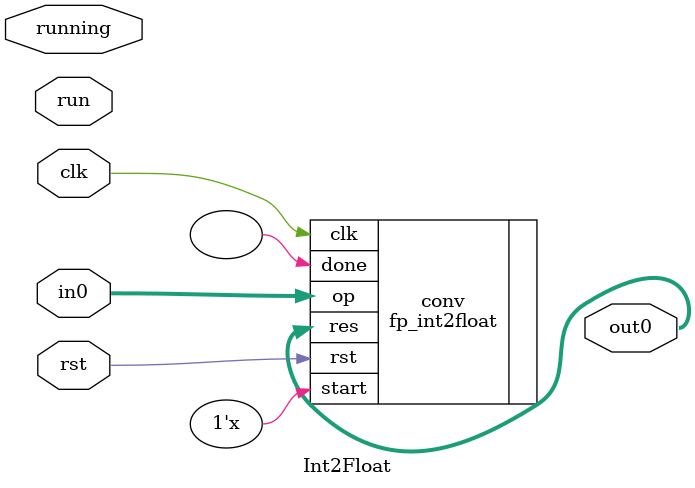
<source format=v>
`timescale 1ns / 1ps

module Int2Float #(
         parameter DATA_W = 32
              )
    (
    //control
    input                         clk,
    input                         rst,
    
    input                         running,
    input                         run,
    
    //input / output data
    input [DATA_W-1:0]            in0,
    
    (* versat_latency = 5 *) output [DATA_W-1:0]       out0
    );

fp_int2float conv(
   .clk(clk),
   .rst(rst),

   .start(1'bx),
   .done(),

   .op(in0),
   .res(out0)
    );

endmodule 

</source>
